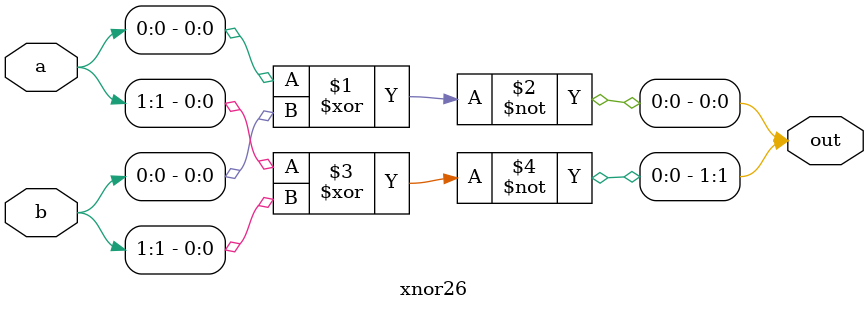
<source format=v>
module xnor26 (
    input wire [1:0] a,
    input wire [1:0] b,
    output wire [1:0] out
);

assign out = ( {  ~(a[1] ^ b[1]), ~(a[0] ^ b[0])} );

endmodule

</source>
